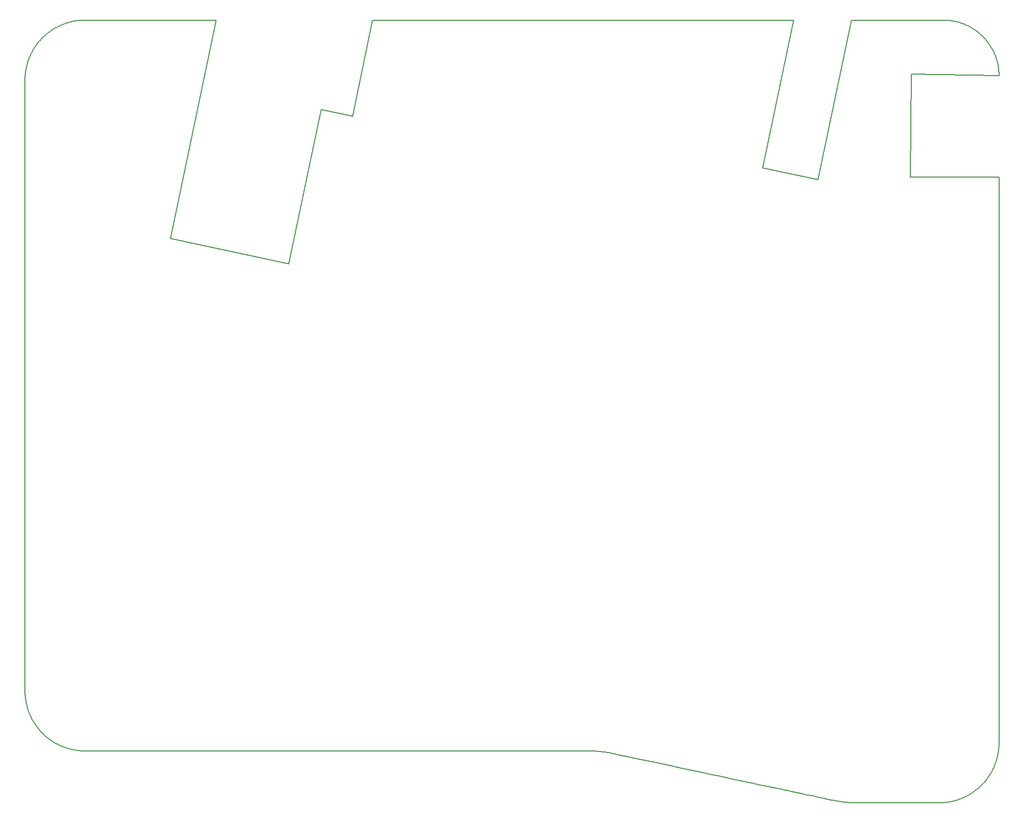
<source format=gm1>
G04 #@! TF.GenerationSoftware,KiCad,Pcbnew,(5.1.5-0-10_14)*
G04 #@! TF.CreationDate,2020-04-19T15:56:36+09:00*
G04 #@! TF.ProjectId,colice_pcb_left_bottom,636f6c69-6365-45f7-9063-625f6c656674,rev?*
G04 #@! TF.SameCoordinates,Original*
G04 #@! TF.FileFunction,Profile,NP*
%FSLAX46Y46*%
G04 Gerber Fmt 4.6, Leading zero omitted, Abs format (unit mm)*
G04 Created by KiCad (PCBNEW (5.1.5-0-10_14)) date 2020-04-19 15:56:36*
%MOMM*%
%LPD*%
G04 APERTURE LIST*
%ADD10C,0.200000*%
G04 APERTURE END LIST*
D10*
X167341585Y-32562346D02*
X167202942Y-49733305D01*
X181975212Y-32826930D02*
X167341585Y-32562346D01*
X22372149Y-26471098D02*
X22473048Y-26371609D01*
X22473048Y-26371609D02*
X22579431Y-26269706D01*
X22579431Y-26269706D02*
X22684300Y-26172134D01*
X22684300Y-26172134D02*
X22789696Y-26076839D01*
X22789696Y-26076839D02*
X22897764Y-25981899D01*
X22897764Y-25981899D02*
X23006320Y-25889255D01*
X23006320Y-25889255D02*
X23128000Y-25788533D01*
X23128000Y-25788533D02*
X23239038Y-25699393D01*
X23239038Y-25699393D02*
X23363422Y-25602574D01*
X23363422Y-25602574D02*
X23479940Y-25514690D01*
X23479940Y-25514690D02*
X23596845Y-25429150D01*
X23596845Y-25429150D02*
X23715665Y-25344834D01*
X23715665Y-25344834D02*
X23836402Y-25261784D01*
X23836402Y-25261784D02*
X23957454Y-25181097D01*
X23957454Y-25181097D02*
X24082814Y-25100179D01*
X24082814Y-25100179D02*
X24206033Y-25023193D01*
X24206033Y-25023193D02*
X24333572Y-24946093D01*
X24333572Y-24946093D02*
X24465492Y-24869039D01*
X24465492Y-24869039D02*
X24595172Y-24795893D01*
X24595172Y-24795893D02*
X24725875Y-24724718D01*
X24725875Y-24724718D02*
X24858422Y-24655076D01*
X24858422Y-24655076D02*
X24997080Y-24584906D01*
X24997080Y-24584906D02*
X25131617Y-24519379D01*
X25131617Y-24519379D02*
X25267962Y-24455484D01*
X25267962Y-24455484D02*
X25411334Y-24390967D01*
X25411334Y-24390967D02*
X25554814Y-24329088D01*
X25554814Y-24329088D02*
X25697473Y-24270171D01*
X25697473Y-24270171D02*
X25841028Y-24213461D01*
X25841028Y-24213461D02*
X25987240Y-24158307D01*
X25987240Y-24158307D02*
X26139716Y-24103547D01*
X26139716Y-24103547D02*
X26292187Y-24051552D01*
X26292187Y-24051552D02*
X26443699Y-24002581D01*
X26443699Y-24002581D02*
X26598765Y-23955196D01*
X26598765Y-23955196D02*
X26756481Y-23909802D01*
X26756481Y-23909802D02*
X26914996Y-23866982D01*
X26914996Y-23866982D02*
X27081703Y-23824943D01*
X27081703Y-23824943D02*
X27247353Y-23786174D01*
X27247353Y-23786174D02*
X27413752Y-23750202D01*
X27413752Y-23750202D02*
X27584636Y-23716334D01*
X27584636Y-23716334D02*
X27765681Y-23683810D01*
X27765681Y-23683810D02*
X27937993Y-23656036D01*
X27937993Y-23656036D02*
X28116654Y-23630484D01*
X28116654Y-23630484D02*
X28303600Y-23607258D01*
X28303600Y-23607258D02*
X28512293Y-23585544D01*
X28512293Y-23585544D02*
X28704408Y-23569456D01*
X28704408Y-23569456D02*
X28897097Y-23557058D01*
X28897097Y-23557058D02*
X29115468Y-23547517D01*
X29115468Y-23547517D02*
X29320861Y-23542901D01*
X29320861Y-23542901D02*
X29443164Y-23542156D01*
X181975212Y-32826930D02*
X181975212Y-32826930D01*
X167202942Y-49733305D02*
X181959602Y-49733305D01*
X181959602Y-144137594D02*
X181957643Y-144337359D01*
X181957643Y-144337359D02*
X181951879Y-144534169D01*
X181951879Y-144534169D02*
X181942573Y-144726027D01*
X181942573Y-144726027D02*
X181929374Y-144920888D01*
X181929374Y-144920888D02*
X181913232Y-145106818D01*
X181913232Y-145106818D02*
X181893715Y-145291763D01*
X181893715Y-145291763D02*
X181871373Y-145471787D01*
X181871373Y-145471787D02*
X181846445Y-145646926D01*
X181846445Y-145646926D02*
X181818503Y-145821076D01*
X181818503Y-145821076D02*
X181787578Y-145994211D01*
X181787578Y-145994211D02*
X181754484Y-146162493D01*
X181754484Y-146162493D02*
X181718584Y-146329748D01*
X181718584Y-146329748D02*
X181679911Y-146495956D01*
X181679911Y-146495956D02*
X181639460Y-146657352D01*
X181639460Y-146657352D02*
X181595889Y-146819555D01*
X181595889Y-146819555D02*
X181550771Y-146976968D01*
X181550771Y-146976968D02*
X181501431Y-147138811D01*
X181501431Y-147138811D02*
X181449439Y-147299476D01*
X181449439Y-147299476D02*
X181397364Y-147451722D01*
X181397364Y-147451722D02*
X181344242Y-147599266D01*
X181344242Y-147599266D02*
X181288885Y-147745729D01*
X181288885Y-147745729D02*
X181230595Y-147892853D01*
X181230595Y-147892853D02*
X181171542Y-148035322D01*
X181171542Y-148035322D02*
X181108057Y-148181883D01*
X181108057Y-148181883D02*
X181042314Y-148327222D01*
X181042314Y-148327222D02*
X180977620Y-148464485D01*
X180977620Y-148464485D02*
X180910915Y-148600594D01*
X180910915Y-148600594D02*
X180842220Y-148735537D01*
X180842220Y-148735537D02*
X180769759Y-148872620D01*
X180769759Y-148872620D02*
X180691560Y-149015027D01*
X180691560Y-149015027D02*
X180613024Y-149152752D01*
X180613024Y-149152752D02*
X180538210Y-149279408D01*
X180538210Y-149279408D02*
X180461596Y-149404859D01*
X180461596Y-149404859D02*
X180381168Y-149532260D01*
X180381168Y-149532260D02*
X180300961Y-149655216D01*
X180300961Y-149655216D02*
X180206247Y-149795526D01*
X180206247Y-149795526D02*
X180122304Y-149915753D01*
X180122304Y-149915753D02*
X180036651Y-150034682D01*
X180036651Y-150034682D02*
X179949309Y-150152296D01*
X179949309Y-150152296D02*
X179853378Y-150277467D01*
X179853378Y-150277467D02*
X179764930Y-150389371D01*
X179764930Y-150389371D02*
X179672544Y-150502868D01*
X179672544Y-150502868D02*
X179580966Y-150612119D01*
X179580966Y-150612119D02*
X179485398Y-150722861D01*
X179485398Y-150722861D02*
X179388249Y-150832181D01*
X179388249Y-150832181D02*
X179286983Y-150942810D01*
X179286983Y-150942810D02*
X179189271Y-151046488D01*
X179189271Y-151046488D02*
X179084850Y-151154110D01*
X179084850Y-151154110D02*
X178976167Y-151262793D01*
X178976167Y-151262793D02*
X178868545Y-151367214D01*
X178868545Y-151367214D02*
X178764867Y-151464925D01*
X178764867Y-151464925D02*
X178654238Y-151566190D01*
X178654238Y-151566190D02*
X178544918Y-151663339D01*
X178544918Y-151663339D02*
X178437034Y-151756475D01*
X178437034Y-151756475D02*
X178327815Y-151848094D01*
X178327815Y-151848094D02*
X178214354Y-151940523D01*
X178214354Y-151940523D02*
X178102485Y-152029011D01*
X178102485Y-152029011D02*
X177989336Y-152115931D01*
X177989336Y-152115931D02*
X177871889Y-152203489D01*
X177871889Y-152203489D02*
X177750067Y-152291539D01*
X177750067Y-152291539D02*
X177629971Y-152375658D01*
X177629971Y-152375658D02*
X177508597Y-152458054D01*
X177508597Y-152458054D02*
X177385960Y-152538709D01*
X177385960Y-152538709D02*
X177262079Y-152617604D01*
X177262079Y-152617604D02*
X177127295Y-152700581D01*
X177127295Y-152700581D02*
X177000883Y-152775765D01*
X177000883Y-152775765D02*
X176863418Y-152854705D01*
X176863418Y-152854705D02*
X176734557Y-152926103D01*
X176734557Y-152926103D02*
X176601193Y-152997407D01*
X176601193Y-152997407D02*
X176463253Y-153068455D01*
X176463253Y-153068455D02*
X176324083Y-153137416D01*
X176324083Y-153137416D02*
X176187137Y-153202664D01*
X176187137Y-153202664D02*
X176045589Y-153267442D01*
X176045589Y-153267442D02*
X175902867Y-153330074D01*
X175902867Y-153330074D02*
X175755471Y-153391983D01*
X175755471Y-153391983D02*
X175606889Y-153451593D01*
X175606889Y-153451593D02*
X175460719Y-153507548D01*
X175460719Y-153507548D02*
X175302647Y-153565113D01*
X175302647Y-153565113D02*
X175150612Y-153617641D01*
X175150612Y-153617641D02*
X174997479Y-153667784D01*
X174997479Y-153667784D02*
X174843272Y-153715516D01*
X174843272Y-153715516D02*
X174684303Y-153761865D01*
X174684303Y-153761865D02*
X174501838Y-153811545D01*
X174501838Y-153811545D02*
X174340589Y-153852361D01*
X174340589Y-153852361D02*
X174176417Y-153890982D01*
X174176417Y-153890982D02*
X174011219Y-153926897D01*
X174011219Y-153926897D02*
X173841183Y-153960805D01*
X173841183Y-153960805D02*
X173670124Y-153991826D01*
X173670124Y-153991826D02*
X173492252Y-154020828D01*
X173492252Y-154020828D02*
X173317241Y-154046160D01*
X173317241Y-154046160D02*
X173117734Y-154071199D01*
X173117734Y-154071199D02*
X172936756Y-154090408D01*
X172936756Y-154090408D02*
X172750865Y-154106693D01*
X172750865Y-154106693D02*
X172560033Y-154119808D01*
X172560033Y-154119808D02*
X172364229Y-154129500D01*
X172364229Y-154129500D02*
X172159405Y-154135580D01*
X172159405Y-154135580D02*
X171959639Y-154137539D01*
X181959602Y-49733305D02*
X181959602Y-144137594D01*
X157309871Y-23542156D02*
X172675075Y-23542156D01*
X151761803Y-50143674D02*
X157309871Y-23542156D01*
X142556651Y-48187077D02*
X151761803Y-50143674D01*
X147688793Y-23542156D02*
X142556651Y-48187077D01*
X77407797Y-23542156D02*
X147688793Y-23542156D01*
X74099700Y-39605302D02*
X77407797Y-23542156D01*
X68887125Y-38497490D02*
X74099700Y-39605302D01*
X63430868Y-64166615D02*
X68887125Y-38497490D01*
X43682561Y-59968993D02*
X63430868Y-64166615D01*
X51318993Y-23542156D02*
X43682561Y-59968993D01*
X172675075Y-23542156D02*
X172883073Y-23544434D01*
X172883073Y-23544434D02*
X173084383Y-23551000D01*
X173084383Y-23551000D02*
X173275350Y-23561216D01*
X173275350Y-23561216D02*
X173465276Y-23575253D01*
X173465276Y-23575253D02*
X173650475Y-23592696D01*
X173650475Y-23592696D02*
X173830964Y-23613286D01*
X173830964Y-23613286D02*
X174012197Y-23637566D01*
X174012197Y-23637566D02*
X174192314Y-23665311D01*
X174192314Y-23665311D02*
X174374846Y-23697141D01*
X174374846Y-23697141D02*
X174545512Y-23730325D01*
X174545512Y-23730325D02*
X174711528Y-23765815D01*
X174711528Y-23765815D02*
X174881682Y-23805522D01*
X174881682Y-23805522D02*
X175043681Y-23846499D01*
X175043681Y-23846499D02*
X175202816Y-23889812D01*
X175202816Y-23889812D02*
X175360803Y-23935856D01*
X175360803Y-23935856D02*
X175514225Y-23983520D01*
X175514225Y-23983520D02*
X175666500Y-24033749D01*
X175666500Y-24033749D02*
X175817603Y-24086517D01*
X175817603Y-24086517D02*
X175970826Y-24143054D01*
X175970826Y-24143054D02*
X176116189Y-24199566D01*
X176116189Y-24199566D02*
X176260361Y-24258435D01*
X176260361Y-24258435D02*
X176403315Y-24319633D01*
X176403315Y-24319633D02*
X176545029Y-24383140D01*
X176545029Y-24383140D02*
X176688656Y-24450452D01*
X176688656Y-24450452D02*
X176827788Y-24518553D01*
X176827788Y-24518553D02*
X176974956Y-24593769D01*
X176974956Y-24593769D02*
X177117516Y-24669828D01*
X177117516Y-24669828D02*
X177249433Y-24743087D01*
X177249433Y-24743087D02*
X177387577Y-24822854D01*
X177387577Y-24822854D02*
X177524215Y-24904908D01*
X177524215Y-24904908D02*
X177660795Y-24990163D01*
X177660795Y-24990163D02*
X177792860Y-25075773D01*
X177792860Y-25075773D02*
X177923378Y-25163544D01*
X177923378Y-25163544D02*
X178046619Y-25249410D01*
X178046619Y-25249410D02*
X178168400Y-25337202D01*
X178168400Y-25337202D02*
X178283136Y-25422687D01*
X178283136Y-25422687D02*
X178396502Y-25509883D01*
X178396502Y-25509883D02*
X178508481Y-25598775D01*
X178508481Y-25598775D02*
X178624413Y-25693802D01*
X178624413Y-25693802D02*
X178746692Y-25797471D01*
X178746692Y-25797471D02*
X178856748Y-25893923D01*
X178856748Y-25893923D02*
X178962700Y-25989714D01*
X178962700Y-25989714D02*
X179067163Y-26087098D01*
X179067163Y-26087098D02*
X179182572Y-26198231D01*
X179182572Y-26198231D02*
X179291167Y-26306366D01*
X179291167Y-26306366D02*
X179397976Y-26416264D01*
X179397976Y-26416264D02*
X179495877Y-26520238D01*
X179495877Y-26520238D02*
X179594520Y-26628298D01*
X179594520Y-26628298D02*
X179689186Y-26735276D01*
X179689186Y-26735276D02*
X179782228Y-26843710D01*
X179782228Y-26843710D02*
X179875830Y-26956278D01*
X179875830Y-26956278D02*
X179965519Y-27067597D01*
X179965519Y-27067597D02*
X180053523Y-27180317D01*
X180053523Y-27180317D02*
X180143990Y-27300014D01*
X180143990Y-27300014D02*
X180228484Y-27415536D01*
X180228484Y-27415536D02*
X180313231Y-27535263D01*
X180313231Y-27535263D02*
X180403927Y-27667982D01*
X180403927Y-27667982D02*
X180490476Y-27799394D01*
X180490476Y-27799394D02*
X180574852Y-27932344D01*
X180574852Y-27932344D02*
X180658830Y-28069813D01*
X180658830Y-28069813D02*
X180735229Y-28199723D01*
X180735229Y-28199723D02*
X180816381Y-28343243D01*
X180816381Y-28343243D02*
X180889281Y-28477474D01*
X180889281Y-28477474D02*
X180961631Y-28616156D01*
X180961631Y-28616156D02*
X181030931Y-28754613D01*
X181030931Y-28754613D02*
X181100979Y-28900756D01*
X181100979Y-28900756D02*
X181165657Y-29041851D01*
X181165657Y-29041851D02*
X181233597Y-29197204D01*
X181233597Y-29197204D02*
X181293448Y-29340893D01*
X181293448Y-29340893D02*
X181350953Y-29485788D01*
X181350953Y-29485788D02*
X181406092Y-29631866D01*
X181406092Y-29631866D02*
X181460591Y-29784136D01*
X181460591Y-29784136D02*
X181513062Y-29939315D01*
X181513062Y-29939315D02*
X181563392Y-30097409D01*
X181563392Y-30097409D02*
X181609474Y-30251557D01*
X181609474Y-30251557D02*
X181653888Y-30410274D01*
X181653888Y-30410274D02*
X181695989Y-30571865D01*
X181695989Y-30571865D02*
X181736879Y-30741608D01*
X181736879Y-30741608D02*
X181773526Y-30907240D01*
X181773526Y-30907240D02*
X181807218Y-31073967D01*
X181807218Y-31073967D02*
X181839779Y-31252501D01*
X181839779Y-31252501D02*
X181871109Y-31446630D01*
X181871109Y-31446630D02*
X181897238Y-31633006D01*
X181897238Y-31633006D02*
X181919667Y-31820544D01*
X181919667Y-31820544D02*
X181938030Y-32005533D01*
X181938030Y-32005533D02*
X181953270Y-32198957D01*
X181953270Y-32198957D02*
X181964636Y-32395329D01*
X181964636Y-32395329D02*
X181971821Y-32589039D01*
X181971821Y-32589039D02*
X181975092Y-32793124D01*
X181975092Y-32793124D02*
X181975212Y-32826930D01*
X19443200Y-33542100D02*
X19445858Y-33311225D01*
X19445858Y-33311225D02*
X19452362Y-33113836D01*
X19452362Y-33113836D02*
X19462438Y-32921784D01*
X19462438Y-32921784D02*
X19476649Y-32724504D01*
X19476649Y-32724504D02*
X19493471Y-32540304D01*
X19493471Y-32540304D02*
X19513439Y-32358602D01*
X19513439Y-32358602D02*
X19536173Y-32181329D01*
X19536173Y-32181329D02*
X19561747Y-32006588D01*
X19561747Y-32006588D02*
X19590046Y-31834392D01*
X19590046Y-31834392D02*
X19622757Y-31655357D01*
X19622757Y-31655357D02*
X19656326Y-31488341D01*
X19656326Y-31488341D02*
X19693555Y-31318319D01*
X19693555Y-31318319D02*
X19733253Y-31150948D01*
X19733253Y-31150948D02*
X19776775Y-30980695D01*
X19776775Y-30980695D02*
X19820653Y-30820509D01*
X19820653Y-30820509D02*
X19866067Y-30664803D01*
X19866067Y-30664803D02*
X19913401Y-30511728D01*
X19913401Y-30511728D02*
X19966811Y-30348639D01*
X19966811Y-30348639D02*
X20019166Y-30197312D01*
X20019166Y-30197312D02*
X20073924Y-30046868D01*
X20073924Y-30046868D02*
X20131772Y-29895570D01*
X20131772Y-29895570D02*
X20189526Y-29751406D01*
X20189526Y-29751406D02*
X20254013Y-29597652D01*
X20254013Y-29597652D02*
X20316379Y-29455418D01*
X20316379Y-29455418D02*
X20380148Y-29315882D01*
X20380148Y-29315882D02*
X20447308Y-29174747D01*
X20447308Y-29174747D02*
X20514962Y-29038053D01*
X20514962Y-29038053D02*
X20584711Y-28902370D01*
X20584711Y-28902370D02*
X20654725Y-28771077D01*
X20654725Y-28771077D02*
X20730455Y-28634137D01*
X20730455Y-28634137D02*
X20806430Y-28501638D01*
X20806430Y-28501638D02*
X20881988Y-28374337D01*
X20881988Y-28374337D02*
X20958455Y-28249726D01*
X20958455Y-28249726D02*
X21036260Y-28126978D01*
X21036260Y-28126978D02*
X21116957Y-28003706D01*
X21116957Y-28003706D02*
X21199517Y-27881549D01*
X21199517Y-27881549D02*
X21282825Y-27762099D01*
X21282825Y-27762099D02*
X21367935Y-27643781D01*
X21367935Y-27643781D02*
X21454835Y-27526615D01*
X21454835Y-27526615D02*
X21550594Y-27401521D01*
X21550594Y-27401521D02*
X21643599Y-27283821D01*
X21643599Y-27283821D02*
X21743374Y-27161476D01*
X21743374Y-27161476D02*
X21835168Y-27052308D01*
X21835168Y-27052308D02*
X21928618Y-26944337D01*
X21928618Y-26944337D02*
X22026308Y-26834720D01*
X22026308Y-26834720D02*
X22136290Y-26715082D01*
X22136290Y-26715082D02*
X22234918Y-26611034D01*
X22234918Y-26611034D02*
X22335166Y-26508268D01*
X22335166Y-26508268D02*
X22372149Y-26471098D01*
X19443200Y-135474063D02*
X19443200Y-33542100D01*
X22372149Y-142545065D02*
X22269956Y-142441376D01*
X22269956Y-142441376D02*
X22171421Y-142338478D01*
X22171421Y-142338478D02*
X22073185Y-142232907D01*
X22073185Y-142232907D02*
X21977246Y-142126788D01*
X21977246Y-142126788D02*
X21882949Y-142019441D01*
X21882949Y-142019441D02*
X21790305Y-141910886D01*
X21790305Y-141910886D02*
X21699320Y-141801143D01*
X21699320Y-141801143D02*
X21609999Y-141690226D01*
X21609999Y-141690226D02*
X21520007Y-141575117D01*
X21520007Y-141575117D02*
X21431794Y-141458819D01*
X21431794Y-141458819D02*
X21345364Y-141341347D01*
X21345364Y-141341347D02*
X21258526Y-141219594D01*
X21258526Y-141219594D02*
X21173585Y-141096652D01*
X21173585Y-141096652D02*
X21092657Y-140975745D01*
X21092657Y-140975745D02*
X21012522Y-140852140D01*
X21012522Y-140852140D02*
X20926743Y-140715244D01*
X20926743Y-140715244D02*
X20851046Y-140590201D01*
X20851046Y-140590201D02*
X20775793Y-140461648D01*
X20775793Y-140461648D02*
X20702497Y-140332048D01*
X20702497Y-140332048D02*
X20628014Y-140195539D01*
X20628014Y-140195539D02*
X20556998Y-140060481D01*
X20556998Y-140060481D02*
X20484258Y-139916710D01*
X20484258Y-139916710D02*
X20418781Y-139782149D01*
X20418781Y-139782149D02*
X20354543Y-139644918D01*
X20354543Y-139644918D02*
X20292013Y-139505875D01*
X20292013Y-139505875D02*
X20231615Y-139365908D01*
X20231615Y-139365908D02*
X20169433Y-139215323D01*
X20169433Y-139215323D02*
X20111761Y-139069073D01*
X20111761Y-139069073D02*
X20056719Y-138922816D01*
X20056719Y-138922816D02*
X20002702Y-138772097D01*
X20002702Y-138772097D02*
X19951096Y-138620501D01*
X19951096Y-138620501D02*
X19901339Y-138466235D01*
X19901339Y-138466235D02*
X19854341Y-138312043D01*
X19854341Y-138312043D02*
X19807776Y-138149699D01*
X19807776Y-138149699D02*
X19764174Y-137987432D01*
X19764174Y-137987432D02*
X19722388Y-137820651D01*
X19722388Y-137820651D02*
X19683452Y-137653067D01*
X19683452Y-137653067D02*
X19647380Y-137484720D01*
X19647380Y-137484720D02*
X19613133Y-137309992D01*
X19613133Y-137309992D02*
X19580863Y-137127903D01*
X19580863Y-137127903D02*
X19553072Y-136952658D01*
X19553072Y-136952658D02*
X19527996Y-136773898D01*
X19527996Y-136773898D02*
X19506128Y-136594503D01*
X19506128Y-136594503D02*
X19487127Y-136410679D01*
X19487127Y-136410679D02*
X19471504Y-136226278D01*
X19471504Y-136226278D02*
X19459066Y-136037485D01*
X19459066Y-136037485D02*
X19449080Y-135817231D01*
X19449080Y-135817231D02*
X19444201Y-135615757D01*
X19444201Y-135615757D02*
X19443200Y-135474063D01*
X29443164Y-145474007D02*
X29243296Y-145472009D01*
X29243296Y-145472009D02*
X29045830Y-145466116D01*
X29045830Y-145466116D02*
X28852731Y-145456574D01*
X28852731Y-145456574D02*
X28657283Y-145443097D01*
X28657283Y-145443097D02*
X28472026Y-145426767D01*
X28472026Y-145426767D02*
X28273032Y-145405343D01*
X28273032Y-145405343D02*
X28082391Y-145381027D01*
X28082391Y-145381027D02*
X27907650Y-145355453D01*
X27907650Y-145355453D02*
X27735454Y-145327154D01*
X27735454Y-145327154D02*
X27560179Y-145295163D01*
X27560179Y-145295163D02*
X27368808Y-145256528D01*
X27368808Y-145256528D02*
X27204470Y-145220229D01*
X27204470Y-145220229D02*
X27040877Y-145181195D01*
X27040877Y-145181195D02*
X26878061Y-145139442D01*
X26878061Y-145139442D02*
X26719729Y-145096022D01*
X26719729Y-145096022D02*
X26560379Y-145049483D01*
X26560379Y-145049483D02*
X26401882Y-145000322D01*
X26401882Y-145000322D02*
X26249696Y-144950385D01*
X26249696Y-144950385D02*
X26098369Y-144898032D01*
X26098369Y-144898032D02*
X25950604Y-144844273D01*
X25950604Y-144844273D02*
X25804611Y-144788549D01*
X25804611Y-144788549D02*
X25656872Y-144729478D01*
X25656872Y-144729478D02*
X25498708Y-144663186D01*
X25498708Y-144663186D02*
X25352126Y-144598871D01*
X25352126Y-144598871D02*
X25210030Y-144533827D01*
X25210030Y-144533827D02*
X25069801Y-144466975D01*
X25069801Y-144466975D02*
X24935703Y-144400520D01*
X24935703Y-144400520D02*
X24803424Y-144332487D01*
X24803424Y-144332487D02*
X24668777Y-144260653D01*
X24668777Y-144260653D02*
X24538517Y-144188616D01*
X24538517Y-144188616D02*
X24409291Y-144114617D01*
X24409291Y-144114617D02*
X24279482Y-144037679D01*
X24279482Y-144037679D02*
X24150779Y-143958745D01*
X24150779Y-143958745D02*
X24025619Y-143879384D01*
X24025619Y-143879384D02*
X23899979Y-143797066D01*
X23899979Y-143797066D02*
X23780233Y-143716058D01*
X23780233Y-143716058D02*
X23660804Y-143632712D01*
X23660804Y-143632712D02*
X23541735Y-143547004D01*
X23541735Y-143547004D02*
X23424600Y-143460055D01*
X23424600Y-143460055D02*
X23308644Y-143371328D01*
X23308644Y-143371328D02*
X23193882Y-143280825D01*
X23193882Y-143280825D02*
X23083316Y-143191011D01*
X23083316Y-143191011D02*
X22973921Y-143099527D01*
X22973921Y-143099527D02*
X22864995Y-143005756D01*
X22864995Y-143005756D02*
X22758020Y-142910960D01*
X22758020Y-142910960D02*
X22652991Y-142815182D01*
X22652991Y-142815182D02*
X22548500Y-142717128D01*
X22548500Y-142717128D02*
X22439735Y-142612014D01*
X22439735Y-142612014D02*
X22372149Y-142545065D01*
X113367448Y-145474007D02*
X29443164Y-145474007D01*
X117525919Y-145911099D02*
X117359568Y-145876482D01*
X117359568Y-145876482D02*
X117184933Y-145841726D01*
X117184933Y-145841726D02*
X117016068Y-145809652D01*
X117016068Y-145809652D02*
X116838898Y-145777608D01*
X116838898Y-145777608D02*
X116656432Y-145746323D01*
X116656432Y-145746323D02*
X116481794Y-145718006D01*
X116481794Y-145718006D02*
X116297827Y-145689884D01*
X116297827Y-145689884D02*
X116121726Y-145664601D01*
X116121726Y-145664601D02*
X115941366Y-145640359D01*
X115941366Y-145640359D02*
X115762831Y-145618005D01*
X115762831Y-145618005D02*
X115575984Y-145596353D01*
X115575984Y-145596353D02*
X115395047Y-145577082D01*
X115395047Y-145577082D02*
X115211904Y-145559266D01*
X115211904Y-145559266D02*
X115022488Y-145542625D01*
X115022488Y-145542625D02*
X114836993Y-145528086D01*
X114836993Y-145528086D02*
X114648296Y-145515077D01*
X114648296Y-145515077D02*
X114459468Y-145503852D01*
X114459468Y-145503852D02*
X114266436Y-145494228D01*
X114266436Y-145494228D02*
X114067160Y-145486254D01*
X114067160Y-145486254D02*
X113870848Y-145480344D01*
X113870848Y-145480344D02*
X113674451Y-145476361D01*
X113674451Y-145476361D02*
X113469796Y-145474267D01*
X113469796Y-145474267D02*
X113367448Y-145474007D01*
X154172695Y-153700446D02*
X154007348Y-153665304D01*
X154007348Y-153665304D02*
X153657815Y-153591016D01*
X153657815Y-153591016D02*
X153286323Y-153512062D01*
X153286323Y-153512062D02*
X152893593Y-153428593D01*
X152893593Y-153428593D02*
X152268678Y-153295775D01*
X152268678Y-153295775D02*
X151595163Y-153152626D01*
X151595163Y-153152626D02*
X151124675Y-153052629D01*
X151124675Y-153052629D02*
X150636547Y-152948881D01*
X150636547Y-152948881D02*
X150131499Y-152841537D01*
X150131499Y-152841537D02*
X149610252Y-152730749D01*
X149610252Y-152730749D02*
X149073525Y-152616671D01*
X149073525Y-152616671D02*
X148242695Y-152440083D01*
X148242695Y-152440083D02*
X147377666Y-152256225D01*
X147377666Y-152256225D02*
X146786222Y-152130516D01*
X146786222Y-152130516D02*
X146182896Y-152002281D01*
X146182896Y-152002281D02*
X145568411Y-151871673D01*
X145568411Y-151871673D02*
X144628505Y-151671897D01*
X144628505Y-151671897D02*
X143341217Y-151398285D01*
X143341217Y-151398285D02*
X142022249Y-151117939D01*
X142022249Y-151117939D02*
X140677363Y-150832083D01*
X140677363Y-150832083D02*
X139312318Y-150541941D01*
X139312318Y-150541941D02*
X137240271Y-150101524D01*
X137240271Y-150101524D02*
X135153823Y-149658043D01*
X135153823Y-149658043D02*
X134112398Y-149436683D01*
X134112398Y-149436683D02*
X133420155Y-149289545D01*
X133420155Y-149289545D02*
X132386292Y-149069793D01*
X132386292Y-149069793D02*
X131021246Y-148779646D01*
X131021246Y-148779646D02*
X129009677Y-148352077D01*
X129009677Y-148352077D02*
X126435101Y-147804835D01*
X126435101Y-147804835D02*
X124021801Y-147291870D01*
X124021801Y-147291870D02*
X121815855Y-146822977D01*
X121815855Y-146822977D02*
X119863342Y-146407949D01*
X119863342Y-146407949D02*
X118603432Y-146140139D01*
X118603432Y-146140139D02*
X117860450Y-145982208D01*
X117860450Y-145982208D02*
X117525919Y-145911099D01*
X158330902Y-154137539D02*
X158130307Y-154136532D01*
X158130307Y-154136532D02*
X157917508Y-154133267D01*
X157917508Y-154133267D02*
X157719118Y-154128184D01*
X157719118Y-154128184D02*
X157524915Y-154121303D01*
X157524915Y-154121303D02*
X157330819Y-154112536D01*
X157330819Y-154112536D02*
X157138882Y-154102007D01*
X157138882Y-154102007D02*
X156947078Y-154089635D01*
X156947078Y-154089635D02*
X156757458Y-154075587D01*
X156757458Y-154075587D02*
X156570025Y-154059913D01*
X156570025Y-154059913D02*
X156382756Y-154042476D01*
X156382756Y-154042476D02*
X156195662Y-154023281D01*
X156195662Y-154023281D02*
X156014844Y-154003035D01*
X156014844Y-154003035D02*
X155830159Y-153980632D01*
X155830159Y-153980632D02*
X155651759Y-153957332D01*
X155651759Y-153957332D02*
X155473562Y-153932424D01*
X155473562Y-153932424D02*
X155295579Y-153905910D01*
X155295579Y-153905910D02*
X155117821Y-153877789D01*
X155117821Y-153877789D02*
X154945340Y-153848930D01*
X154945340Y-153848930D02*
X154771076Y-153818191D01*
X154771076Y-153818191D02*
X154594047Y-153785332D01*
X154594047Y-153785332D02*
X154425315Y-153752472D01*
X154425315Y-153752472D02*
X154256835Y-153718150D01*
X154256835Y-153718150D02*
X154172695Y-153700446D01*
X171959639Y-154137539D02*
X158330902Y-154137539D01*
X29443164Y-23542156D02*
X51318993Y-23542156D01*
X51318993Y-23542156D02*
X51318993Y-23542156D01*
M02*

</source>
